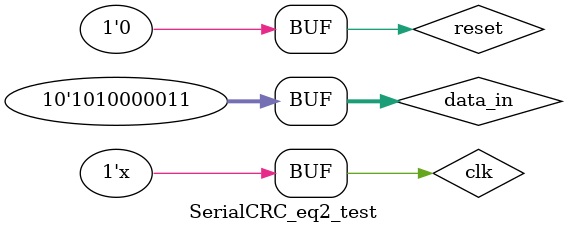
<source format=v>
`timescale 1ns / 1ps


//Verilog testbench code for generator polynomial 1+y+y7+y9
//Serial CRC circuit 

module SerialCRC_eq2_test;

	// Inputs
	reg clk;
	reg reset;
	reg [9:0] data_in;

	// Outputs
	wire [8:0] data_out;

	// Instantiate the Unit Under Test (UUT)
	SerialCRC_genpoly2 uut (
		.clk(clk), 
		.reset(reset), 
		.data_in(data_in), 
		.data_out(data_out)
	);

	initial begin
		// Initialize Inputs
		clk = 0;
		reset = 1;
		data_in = 10'b1010000011;
		//data_in = 10'b1011111011;
		//data_in = 10'b1111000011;
		
		#1
		reset = 0;
		


	end
      
		always #1 clk = ~clk;
      
endmodule


</source>
